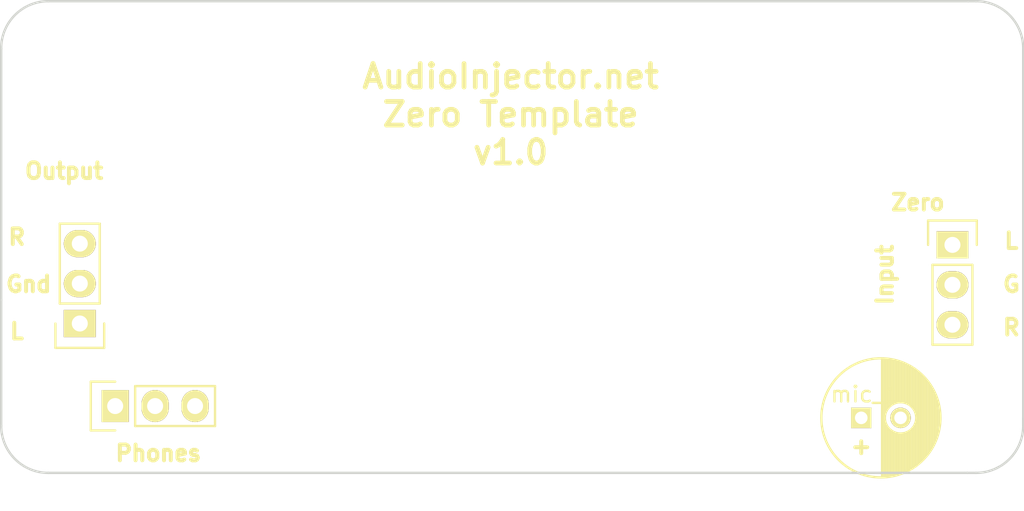
<source format=kicad_pcb>
(kicad_pcb (version 20171130) (host pcbnew 5.1.6+dfsg1-1)

  (general
    (thickness 1.6)
    (drawings 25)
    (tracks 0)
    (zones 0)
    (modules 8)
    (nets 2)
  )

  (page A3)
  (layers
    (0 F.Cu signal)
    (31 B.Cu signal)
    (32 B.Adhes user)
    (33 F.Adhes user)
    (34 B.Paste user)
    (35 F.Paste user)
    (36 B.SilkS user)
    (37 F.SilkS user)
    (38 B.Mask user)
    (39 F.Mask user)
    (40 Dwgs.User user)
    (41 Cmts.User user)
    (42 Eco1.User user)
    (43 Eco2.User user)
    (44 Edge.Cuts user)
    (45 Margin user)
    (46 B.CrtYd user)
    (47 F.CrtYd user)
    (48 B.Fab user)
    (49 F.Fab user)
  )

  (setup
    (last_trace_width 0.2)
    (trace_clearance 0.254)
    (zone_clearance 0.508)
    (zone_45_only no)
    (trace_min 0.15)
    (via_size 0.889)
    (via_drill 0.635)
    (via_min_size 0.889)
    (via_min_drill 0.508)
    (uvia_size 0.508)
    (uvia_drill 0.127)
    (uvias_allowed no)
    (uvia_min_size 0.508)
    (uvia_min_drill 0.127)
    (edge_width 0.15)
    (segment_width 0.2)
    (pcb_text_width 0.3)
    (pcb_text_size 1 1)
    (mod_edge_width 0.15)
    (mod_text_size 1 1)
    (mod_text_width 0.15)
    (pad_size 2.032 1.7272)
    (pad_drill 1.016)
    (pad_to_mask_clearance 0)
    (aux_axis_origin 108 122)
    (grid_origin 108 122)
    (visible_elements FFFEFF7F)
    (pcbplotparams
      (layerselection 0x010ff_80000001)
      (usegerberextensions true)
      (usegerberattributes true)
      (usegerberadvancedattributes true)
      (creategerberjobfile true)
      (gerberprecision 5)
      (excludeedgelayer false)
      (linewidth 0.150000)
      (plotframeref false)
      (viasonmask false)
      (mode 1)
      (useauxorigin false)
      (hpglpennumber 1)
      (hpglpenspeed 20)
      (hpglpendiameter 15.000000)
      (psnegative false)
      (psa4output false)
      (plotreference true)
      (plotvalue false)
      (plotinvisibletext false)
      (padsonsilk false)
      (subtractmaskfromsilk false)
      (outputformat 1)
      (mirror false)
      (drillshape 0)
      (scaleselection 1)
      (outputdirectory "flax.project21/"))
  )

  (net 0 "")
  (net 1 AGND)

  (net_class Default "This is the default net class."
    (clearance 0.254)
    (trace_width 0.2)
    (via_dia 0.889)
    (via_drill 0.635)
    (uvia_dia 0.508)
    (uvia_drill 0.127)
  )

  (net_class chip ""
    (clearance 0.1)
    (trace_width 0.2)
    (via_dia 0.889)
    (via_drill 0.635)
    (uvia_dia 0.508)
    (uvia_drill 0.127)
  )

  (net_class power ""
    (clearance 0.254)
    (trace_width 0.5)
    (via_dia 0.889)
    (via_drill 0.635)
    (uvia_dia 0.508)
    (uvia_drill 0.127)
  )

  (net_class small ""
    (clearance 0.15)
    (trace_width 0.2)
    (via_dia 0.889)
    (via_drill 0.635)
    (uvia_dia 0.508)
    (uvia_drill 0.127)
    (add_net AGND)
  )

  (module Pin_Headers:Pin_Header_Straight_1x03 (layer F.Cu) (tedit 5939BB1E) (tstamp 5939B3DB)
    (at 165 111)
    (descr "Through hole pin header")
    (tags "pin header")
    (path /5939C0F9)
    (fp_text reference L_G_R_IN_1 (at 0.1 2.58 90) (layer F.SilkS) hide
      (effects (font (size 1 1) (thickness 0.15)))
    )
    (fp_text value OUT (at 0 -3.1) (layer F.Fab)
      (effects (font (size 1 1) (thickness 0.15)))
    )
    (fp_line (start -1.55 -1.55) (end 1.55 -1.55) (layer F.SilkS) (width 0.15))
    (fp_line (start -1.55 0) (end -1.55 -1.55) (layer F.SilkS) (width 0.15))
    (fp_line (start 1.27 1.27) (end -1.27 1.27) (layer F.SilkS) (width 0.15))
    (fp_line (start 1.55 -1.55) (end 1.55 0) (layer F.SilkS) (width 0.15))
    (fp_line (start 1.27 6.35) (end 1.27 1.27) (layer F.SilkS) (width 0.15))
    (fp_line (start -1.27 6.35) (end 1.27 6.35) (layer F.SilkS) (width 0.15))
    (fp_line (start -1.27 1.27) (end -1.27 6.35) (layer F.SilkS) (width 0.15))
    (fp_line (start -1.75 6.85) (end 1.75 6.85) (layer F.CrtYd) (width 0.05))
    (fp_line (start -1.75 -1.75) (end 1.75 -1.75) (layer F.CrtYd) (width 0.05))
    (fp_line (start 1.75 -1.75) (end 1.75 6.85) (layer F.CrtYd) (width 0.05))
    (fp_line (start -1.75 -1.75) (end -1.75 6.85) (layer F.CrtYd) (width 0.05))
    (pad 1 thru_hole rect (at 0 0) (size 2.032 1.7272) (drill 1.016) (layers *.Cu *.Mask F.SilkS))
    (pad 2 thru_hole oval (at 0 2.54) (size 2.032 1.7272) (drill 1.016) (layers *.Cu *.Mask F.SilkS)
      (net 1 AGND))
    (pad 3 thru_hole oval (at 0 5.08) (size 2.032 1.7272) (drill 1.016) (layers *.Cu *.Mask F.SilkS))
    (model Pin_Headers.3dshapes/Pin_Header_Straight_1x03.wrl
      (offset (xyz 0 -2.539999961853027 0))
      (scale (xyz 1 1 1))
      (rotate (xyz 0 0 90))
    )
  )

  (module 1pin locked (layer F.Cu) (tedit 5644D4E6) (tstamp 563ABCB6)
    (at 166 122)
    (descr "module 1 pin (ou trou mecanique de percage)")
    (tags DEV)
    (path 1pin)
    (fp_text reference 1PIN (at 0 -3.048) (layer F.SilkS) hide
      (effects (font (size 1.016 1.016) (thickness 0.254)))
    )
    (fp_text value P*** (at 0 2.794) (layer F.SilkS) hide
      (effects (font (size 1.016 1.016) (thickness 0.254)))
    )
    (pad "" np_thru_hole circle (at 0 0) (size 2.75 2.75) (drill 2.75) (layers *.Cu))
  )

  (module 1pin locked (layer F.Cu) (tedit 5644D50C) (tstamp 563AB3A9)
    (at 108 122)
    (descr "module 1 pin (ou trou mecanique de percage)")
    (tags DEV)
    (path 1pin)
    (fp_text reference 1PIN (at 0 -3.048) (layer F.SilkS) hide
      (effects (font (size 1.016 1.016) (thickness 0.254)))
    )
    (fp_text value P*** (at 0 2.794) (layer F.SilkS) hide
      (effects (font (size 1.016 1.016) (thickness 0.254)))
    )
    (pad "" np_thru_hole circle (at 0 0) (size 2.75 2.75) (drill 2.75) (layers *.Cu))
  )

  (module 1pin locked (layer F.Cu) (tedit 5644D4F1) (tstamp 563AB381)
    (at 166 99)
    (descr "module 1 pin (ou trou mecanique de percage)")
    (tags DEV)
    (path 1pin)
    (fp_text reference 1PIN (at 0 -3.048) (layer F.SilkS) hide
      (effects (font (size 1.016 1.016) (thickness 0.254)))
    )
    (fp_text value P*** (at 0 2.794) (layer F.SilkS) hide
      (effects (font (size 1.016 1.016) (thickness 0.254)))
    )
    (pad "" np_thru_hole circle (at 0 0) (size 2.75 2.75) (drill 2.75) (layers *.Cu))
  )

  (module 1pin locked (layer F.Cu) (tedit 5644D590) (tstamp 563AB348)
    (at 108 99)
    (descr "module 1 pin (ou trou mecanique de percage)")
    (tags DEV)
    (path 1pin)
    (fp_text reference 1PIN (at 0 -3.048) (layer F.SilkS) hide
      (effects (font (size 1.016 1.016) (thickness 0.254)))
    )
    (fp_text value P*** (at 0 2.794) (layer F.SilkS) hide
      (effects (font (size 1.016 1.016) (thickness 0.254)))
    )
    (pad "" np_thru_hole circle (at 0 0) (size 2.75 2.75) (drill 2.75) (layers *.Cu))
  )

  (module Capacitors_ThroughHole:C_Radial_D7.5_L11.2_P2.5 (layer F.Cu) (tedit 58DFA899) (tstamp 58DFAC7A)
    (at 159.2 122)
    (descr "Radial Electrolytic Capacitor Diameter 7.5mm x Length 11.2mm, Pitch 2.5mm")
    (tags "Electrolytic Capacitor")
    (path /57591314)
    (fp_text reference mic_1 (at 0.25 -1.5) (layer F.SilkS)
      (effects (font (size 1 1) (thickness 0.15)))
    )
    (fp_text value Mic (at 1.25 5.1) (layer F.Fab)
      (effects (font (size 1 1) (thickness 0.15)))
    )
    (fp_circle (center 1.25 0) (end 1.25 -4.1) (layer F.CrtYd) (width 0.05))
    (fp_circle (center 1.25 0) (end 1.25 -3.7875) (layer F.SilkS) (width 0.15))
    (fp_circle (center 2.5 0) (end 2.5 -1) (layer F.SilkS) (width 0.15))
    (fp_line (start 4.965 -0.511) (end 4.965 0.511) (layer F.SilkS) (width 0.15))
    (fp_line (start 4.825 -1.132) (end 4.825 1.132) (layer F.SilkS) (width 0.15))
    (fp_line (start 4.685 -1.504) (end 4.685 1.504) (layer F.SilkS) (width 0.15))
    (fp_line (start 4.545 -1.79) (end 4.545 1.79) (layer F.SilkS) (width 0.15))
    (fp_line (start 4.405 -2.027) (end 4.405 2.027) (layer F.SilkS) (width 0.15))
    (fp_line (start 4.265 -2.23) (end 4.265 2.23) (layer F.SilkS) (width 0.15))
    (fp_line (start 4.125 -2.408) (end 4.125 2.408) (layer F.SilkS) (width 0.15))
    (fp_line (start 3.985 -2.566) (end 3.985 2.566) (layer F.SilkS) (width 0.15))
    (fp_line (start 3.845 -2.707) (end 3.845 2.707) (layer F.SilkS) (width 0.15))
    (fp_line (start 3.705 -2.835) (end 3.705 2.835) (layer F.SilkS) (width 0.15))
    (fp_line (start 3.565 -2.95) (end 3.565 2.95) (layer F.SilkS) (width 0.15))
    (fp_line (start 3.425 0.38) (end 3.425 3.055) (layer F.SilkS) (width 0.15))
    (fp_line (start 3.425 -3.055) (end 3.425 -0.38) (layer F.SilkS) (width 0.15))
    (fp_line (start 3.285 0.619) (end 3.285 3.15) (layer F.SilkS) (width 0.15))
    (fp_line (start 3.285 -3.15) (end 3.285 -0.619) (layer F.SilkS) (width 0.15))
    (fp_line (start 3.145 0.764) (end 3.145 3.236) (layer F.SilkS) (width 0.15))
    (fp_line (start 3.145 -3.236) (end 3.145 -0.764) (layer F.SilkS) (width 0.15))
    (fp_line (start 3.005 0.863) (end 3.005 3.314) (layer F.SilkS) (width 0.15))
    (fp_line (start 3.005 -3.314) (end 3.005 -0.863) (layer F.SilkS) (width 0.15))
    (fp_line (start 2.865 0.931) (end 2.865 3.384) (layer F.SilkS) (width 0.15))
    (fp_line (start 2.865 -3.384) (end 2.865 -0.931) (layer F.SilkS) (width 0.15))
    (fp_line (start 2.725 0.974) (end 2.725 3.448) (layer F.SilkS) (width 0.15))
    (fp_line (start 2.725 -3.448) (end 2.725 -0.974) (layer F.SilkS) (width 0.15))
    (fp_line (start 2.585 0.996) (end 2.585 3.504) (layer F.SilkS) (width 0.15))
    (fp_line (start 2.585 -3.504) (end 2.585 -0.996) (layer F.SilkS) (width 0.15))
    (fp_line (start 2.445 0.998) (end 2.445 3.555) (layer F.SilkS) (width 0.15))
    (fp_line (start 2.445 -3.555) (end 2.445 -0.998) (layer F.SilkS) (width 0.15))
    (fp_line (start 2.305 0.981) (end 2.305 3.599) (layer F.SilkS) (width 0.15))
    (fp_line (start 2.305 -3.599) (end 2.305 -0.981) (layer F.SilkS) (width 0.15))
    (fp_line (start 2.165 0.942) (end 2.165 3.637) (layer F.SilkS) (width 0.15))
    (fp_line (start 2.165 -3.637) (end 2.165 -0.942) (layer F.SilkS) (width 0.15))
    (fp_line (start 2.025 0.88) (end 2.025 3.669) (layer F.SilkS) (width 0.15))
    (fp_line (start 2.025 -3.669) (end 2.025 -0.88) (layer F.SilkS) (width 0.15))
    (fp_line (start 1.885 0.789) (end 1.885 3.696) (layer F.SilkS) (width 0.15))
    (fp_line (start 1.885 -3.696) (end 1.885 -0.789) (layer F.SilkS) (width 0.15))
    (fp_line (start 1.745 0.656) (end 1.745 3.717) (layer F.SilkS) (width 0.15))
    (fp_line (start 1.745 -3.717) (end 1.745 -0.656) (layer F.SilkS) (width 0.15))
    (fp_line (start 1.605 0.446) (end 1.605 3.733) (layer F.SilkS) (width 0.15))
    (fp_line (start 1.605 -3.733) (end 1.605 -0.446) (layer F.SilkS) (width 0.15))
    (fp_line (start 1.465 -3.744) (end 1.465 3.744) (layer F.SilkS) (width 0.15))
    (fp_line (start 1.325 -3.749) (end 1.325 3.749) (layer F.SilkS) (width 0.15))
    (pad 2 thru_hole circle (at 2.5 0) (size 1.3 1.3) (drill 0.8) (layers *.Cu *.Mask F.SilkS))
    (pad 1 thru_hole rect (at 0 0) (size 1.3 1.3) (drill 0.8) (layers *.Cu *.Mask F.SilkS))
    (model Capacitors_ThroughHole.3dshapes/C_Radial_D7.5_L11.2_P2.5.wrl
      (at (xyz 0 0 0))
      (scale (xyz 1 1 1))
      (rotate (xyz 0 0 0))
    )
  )

  (module Pin_Headers:Pin_Header_Straight_1x03 (layer F.Cu) (tedit 5939BAC8) (tstamp 5939B3E9)
    (at 109.5 116 180)
    (descr "Through hole pin header")
    (tags "pin header")
    (path /5939BA05)
    (fp_text reference L_G_R_OUT_1 (at -2.5 3.075 270) (layer F.SilkS) hide
      (effects (font (size 1 1) (thickness 0.15)))
    )
    (fp_text value OUT (at 0 -3.1 180) (layer F.Fab)
      (effects (font (size 1 1) (thickness 0.15)))
    )
    (fp_line (start -1.55 -1.55) (end 1.55 -1.55) (layer F.SilkS) (width 0.15))
    (fp_line (start -1.55 0) (end -1.55 -1.55) (layer F.SilkS) (width 0.15))
    (fp_line (start 1.27 1.27) (end -1.27 1.27) (layer F.SilkS) (width 0.15))
    (fp_line (start 1.55 -1.55) (end 1.55 0) (layer F.SilkS) (width 0.15))
    (fp_line (start 1.27 6.35) (end 1.27 1.27) (layer F.SilkS) (width 0.15))
    (fp_line (start -1.27 6.35) (end 1.27 6.35) (layer F.SilkS) (width 0.15))
    (fp_line (start -1.27 1.27) (end -1.27 6.35) (layer F.SilkS) (width 0.15))
    (fp_line (start -1.75 6.85) (end 1.75 6.85) (layer F.CrtYd) (width 0.05))
    (fp_line (start -1.75 -1.75) (end 1.75 -1.75) (layer F.CrtYd) (width 0.05))
    (fp_line (start 1.75 -1.75) (end 1.75 6.85) (layer F.CrtYd) (width 0.05))
    (fp_line (start -1.75 -1.75) (end -1.75 6.85) (layer F.CrtYd) (width 0.05))
    (pad 1 thru_hole rect (at 0 0 180) (size 2.032 1.7272) (drill 1.016) (layers *.Cu *.Mask F.SilkS))
    (pad 2 thru_hole oval (at 0 2.54 180) (size 2.032 1.7272) (drill 1.016) (layers *.Cu *.Mask F.SilkS)
      (net 1 AGND))
    (pad 3 thru_hole oval (at 0 5.08 180) (size 2.032 1.7272) (drill 1.016) (layers *.Cu *.Mask F.SilkS))
    (model Pin_Headers.3dshapes/Pin_Header_Straight_1x03.wrl
      (offset (xyz 0 -2.539999961853027 0))
      (scale (xyz 1 1 1))
      (rotate (xyz 0 0 90))
    )
  )

  (module Pin_Headers:Pin_Header_Straight_1x03 (layer F.Cu) (tedit 59470D60) (tstamp 5947749B)
    (at 111.75 121.25 90)
    (descr "Through hole pin header")
    (tags "pin header")
    (path /594712B8)
    (fp_text reference HP_1 (at 0 -5.1 90) (layer F.SilkS) hide
      (effects (font (size 1 1) (thickness 0.15)))
    )
    (fp_text value OUT (at 0 -3.1 90) (layer F.Fab)
      (effects (font (size 1 1) (thickness 0.15)))
    )
    (fp_line (start -1.55 -1.55) (end 1.55 -1.55) (layer F.SilkS) (width 0.15))
    (fp_line (start -1.55 0) (end -1.55 -1.55) (layer F.SilkS) (width 0.15))
    (fp_line (start 1.27 1.27) (end -1.27 1.27) (layer F.SilkS) (width 0.15))
    (fp_line (start 1.55 -1.55) (end 1.55 0) (layer F.SilkS) (width 0.15))
    (fp_line (start 1.27 6.35) (end 1.27 1.27) (layer F.SilkS) (width 0.15))
    (fp_line (start -1.27 6.35) (end 1.27 6.35) (layer F.SilkS) (width 0.15))
    (fp_line (start -1.27 1.27) (end -1.27 6.35) (layer F.SilkS) (width 0.15))
    (fp_line (start -1.75 6.85) (end 1.75 6.85) (layer F.CrtYd) (width 0.05))
    (fp_line (start -1.75 -1.75) (end 1.75 -1.75) (layer F.CrtYd) (width 0.05))
    (fp_line (start 1.75 -1.75) (end 1.75 6.85) (layer F.CrtYd) (width 0.05))
    (fp_line (start -1.75 -1.75) (end -1.75 6.85) (layer F.CrtYd) (width 0.05))
    (pad 1 thru_hole rect (at 0 0 90) (size 2.032 1.7272) (drill 1.016) (layers *.Cu *.Mask F.SilkS))
    (pad 2 thru_hole oval (at 0 2.54 90) (size 2.032 1.7272) (drill 1.016) (layers *.Cu *.Mask F.SilkS)
      (net 1 AGND))
    (pad 3 thru_hole oval (at 0 5.08 90) (size 2.032 1.7272) (drill 1.016) (layers *.Cu *.Mask F.SilkS))
    (model Pin_Headers.3dshapes/Pin_Header_Straight_1x03.wrl
      (offset (xyz 0 -2.539999961853027 0))
      (scale (xyz 1 1 1))
      (rotate (xyz 0 0 90))
    )
  )

  (gr_line (start 169.5 122.05) (end 169.5 122.5) (angle 90) (layer Edge.Cuts) (width 0.15))
  (gr_line (start 169.5 98.5) (end 169.5 122.05) (angle 90) (layer Edge.Cuts) (width 0.15))
  (gr_line (start 166.5 125.5) (end 165.95 125.5) (angle 90) (layer Edge.Cuts) (width 0.15))
  (gr_line (start 107.5 95.5) (end 166 95.5) (angle 90) (layer Edge.Cuts) (width 0.15))
  (gr_line (start 104.5 114.5) (end 104.5 98.5) (angle 90) (layer Edge.Cuts) (width 0.15))
  (gr_arc (start 107.5 122.5) (end 107.5 125.5) (angle 90) (layer Edge.Cuts) (width 0.15))
  (gr_arc (start 166.5 122.5) (end 169.5 122.5) (angle 90) (layer Edge.Cuts) (width 0.15))
  (gr_line (start 166.5 95.5) (end 166 95.5) (angle 90) (layer Edge.Cuts) (width 0.15))
  (gr_arc (start 166.5 98.5) (end 166.5 95.5) (angle 90) (layer Edge.Cuts) (width 0.15))
  (gr_arc (start 107.5 98.5) (end 104.5 98.5) (angle 90) (layer Edge.Cuts) (width 0.15))
  (gr_line (start 107.5 125.5) (end 165.95 125.5) (angle 90) (layer Edge.Cuts) (width 0.15))
  (gr_line (start 104.5 114.5) (end 104.5 122.5) (angle 90) (layer Edge.Cuts) (width 0.15))
  (gr_line (start 169.5 122.05) (end 169.5 122.5) (angle 90) (layer Edge.Cuts) (width 0.15))
  (gr_text Zero (at 162.8 108.3) (layer F.SilkS)
    (effects (font (size 1 1) (thickness 0.25)))
  )
  (gr_text Phones (at 114.5 124.25) (layer F.SilkS)
    (effects (font (size 1 1) (thickness 0.25)))
  )
  (gr_text Input (at 160.7 112.9 90) (layer F.SilkS)
    (effects (font (size 1 1) (thickness 0.25)))
  )
  (gr_text Gnd (at 106.25 113.5) (layer F.SilkS)
    (effects (font (size 1 1) (thickness 0.25)))
  )
  (gr_text L (at 105.5 116.5) (layer F.SilkS)
    (effects (font (size 1 1) (thickness 0.25)))
  )
  (gr_text Output (at 108.5 106.3) (layer F.SilkS)
    (effects (font (size 1 1) (thickness 0.25)))
  )
  (gr_text R (at 105.5 110.5) (layer F.SilkS)
    (effects (font (size 1 1) (thickness 0.25)))
  )
  (gr_text L (at 168.75 110.75) (layer F.SilkS)
    (effects (font (size 1 1) (thickness 0.25)))
  )
  (gr_text G (at 168.75 113.5) (layer F.SilkS)
    (effects (font (size 1 1) (thickness 0.25)))
  )
  (gr_text R (at 168.75 116.25) (layer F.SilkS)
    (effects (font (size 1 1) (thickness 0.25)))
  )
  (gr_text "AudioInjector.net\nZero Template\nv1.0\n" (at 136.9 102.7) (layer F.SilkS)
    (effects (font (size 1.5 1.5) (thickness 0.3)))
  )
  (gr_text + (at 159.2 123.8) (layer F.SilkS)
    (effects (font (size 1 1) (thickness 0.25)))
  )

)

</source>
